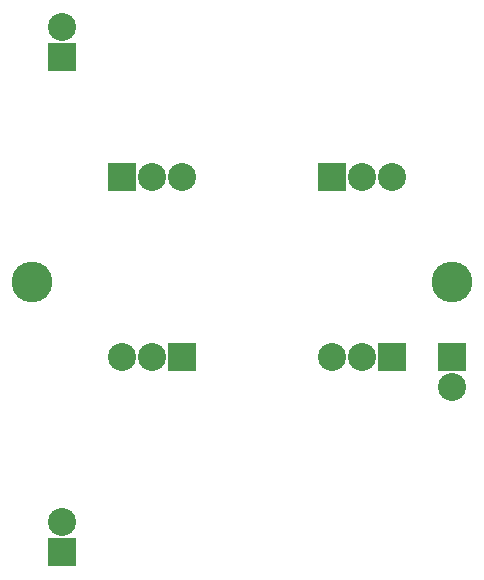
<source format=gbs>
G04 MADE WITH FRITZING*
G04 WWW.FRITZING.ORG*
G04 DOUBLE SIDED*
G04 HOLES PLATED*
G04 CONTOUR ON CENTER OF CONTOUR VECTOR*
%ASAXBY*%
%FSLAX23Y23*%
%MOIN*%
%OFA0B0*%
%SFA1.0B1.0*%
%ADD10C,0.135984*%
%ADD11C,0.093307*%
%ADD12R,0.093307X0.093307*%
%LNMASK0*%
G90*
G70*
G54D10*
X1544Y1121D03*
X144Y1121D03*
G54D11*
X1544Y871D03*
X1544Y771D03*
X1144Y1471D03*
X1244Y1471D03*
X1344Y1471D03*
X444Y1471D03*
X544Y1471D03*
X644Y1471D03*
X644Y871D03*
X544Y871D03*
X444Y871D03*
X1344Y871D03*
X1244Y871D03*
X1144Y871D03*
X244Y1871D03*
X244Y1971D03*
X244Y221D03*
X244Y321D03*
G54D12*
X1544Y871D03*
X1144Y1471D03*
X444Y1471D03*
X644Y871D03*
X1344Y871D03*
X244Y1871D03*
X244Y221D03*
G04 End of Mask0*
M02*
</source>
